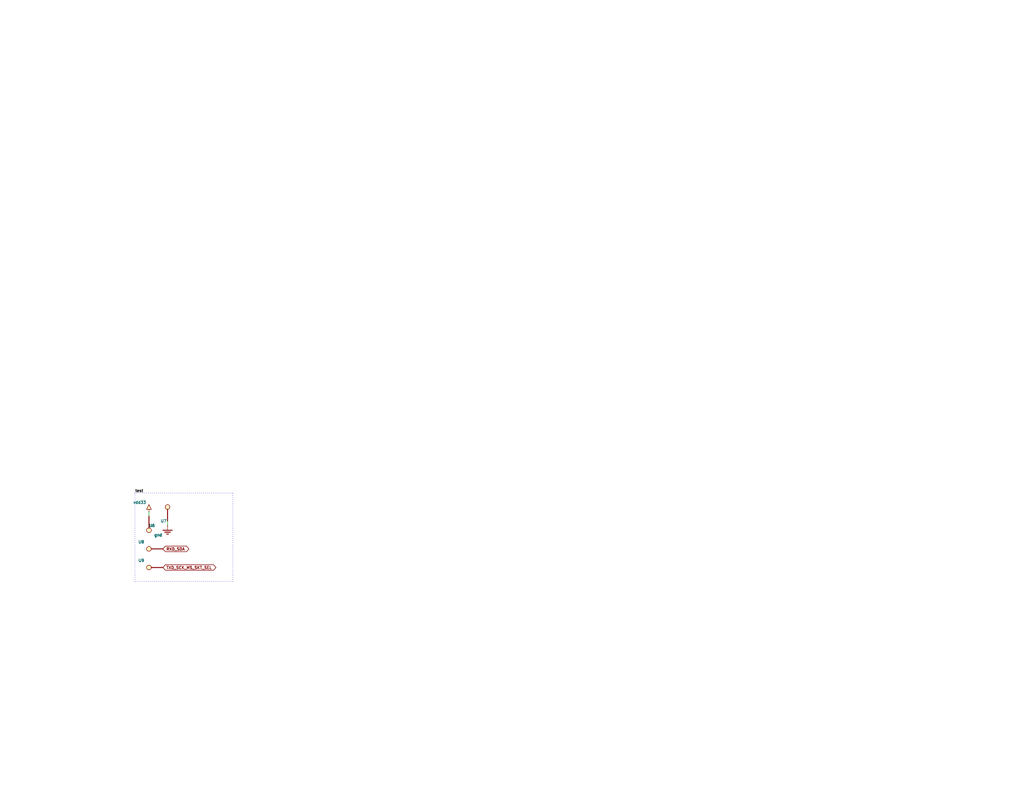
<source format=kicad_sch>
(kicad_sch (version 20230121) (generator jitx)
  (paper "A")
  (lib_symbols
    (symbol "vdd50" (power)
      (property "Reference" "#PWR" (at 35.0 60.0 0.0))
      (property "Value" "vdd50" (at -2.54 2.54 0.0))
      (symbol "vdd50_1_0"
        (pin power_in line (at 0.0 0.0 90) (length 0.0) (name "vdd50") (number "~"))
      )
    )
    (symbol "gnd" (power)
      (property "Reference" "#PWR" (at 35.0 60.0 0.0))
      (property "Value" "gnd" (at -2.54 -2.54 0.0))
      (symbol "gnd_1_0"
        (pin power_in line (at 0.0 0.0 270) (length 0.0) (name "gnd") (number "~"))
      )
    )
    (symbol "vdd33" (power)
      (property "Reference" "#PWR" (at 35.0 60.0 0.0))
      (property "Value" "vdd33" (at -2.54 2.54 0.0))
      (symbol "vdd33_1_0"
        (pin power_in line (at 0.0 0.0 90) (length 0.0) (name "vdd33") (number "~"))
      )
    )
    (symbol "capacitor_sym"
      (property "Reference" "U" (at 1.27 1.27 0.0))
      (property "Value" "capacitor_sym" (at 1.27 -1.27 0.0))
      (symbol "capacitor_sym_1_0"
        (pin unspecified line (at 0.0 2.54 270) (length 0.0) (name "1") (number "~"))
        (pin unspecified line (at 0.0 -2.54 90) (length 0.0) (name "2") (number "~"))
      )
    )
    (symbol "M24C04_WMN6TP"
      (property "Reference" "U" (at 0.0 6.81000762001524 0.0))
      (property "Value" "M24C04_WMN6TP" (at 0.0 5.81000762001524 0.0))
      (symbol "M24C04_WMN6TP_1_0"
        (pin unspecified line (at -10.16 3.81 0) (length 2.54000508001016) (name "NC") (number "~"))
        (pin unspecified line (at -10.16 1.27 0) (length 2.54000508001016) (name "E1") (number "~"))
        (pin unspecified line (at -10.16 -1.27 0) (length 2.54000508001016) (name "E2") (number "~"))
        (pin unspecified line (at -10.16 -3.81 0) (length 2.54000508001016) (name "VSS") (number "~"))
        (pin unspecified line (at 10.16 -3.81 180) (length 2.54000508001016) (name "SDA") (number "~"))
        (pin unspecified line (at 10.16 -1.27 180) (length 2.54000508001016) (name "SCL") (number "~"))
        (pin unspecified line (at 10.16 1.27 180) (length 2.54000508001016) (name "WC_NOT") (number "~"))
        (pin unspecified line (at 10.16 3.81 180) (length 2.54000508001016) (name "VCC") (number "~"))
      )
    )
    (symbol "resistor_sym"
      (property "Reference" "U" (at 1.27 1.27 0.0))
      (property "Value" "resistor_sym" (at 1.27 -1.27 0.0))
      (symbol "resistor_sym_1_0"
        (pin unspecified line (at 0.0 -2.54 90) (length 0.0) (name "1") (number "~"))
        (pin unspecified line (at 0.0 2.54 270) (length 0.0) (name "2") (number "~"))
      )
    )
    (symbol "SD_101"
      (property "Reference" "U" (at 0.0 20.7800355600711 0.0))
      (property "Value" "SD_101" (at 0.0 19.7800355600711 0.0))
      (symbol "SD_101_1_0"
        (pin unspecified line (at -16.51 17.78 0) (length 2.54000508001016) (name "CD_DAT3") (number "~"))
        (pin unspecified line (at -16.51 15.24 0) (length 2.54000508001016) (name "CMD") (number "~"))
        (pin unspecified line (at -16.51 12.7 0) (length 2.54000508001016) (name "VSS1") (number "~"))
        (pin unspecified line (at -16.51 10.16 0) (length 2.54000508001016) (name "VDD") (number "~"))
        (pin unspecified line (at -16.51 7.62 0) (length 2.54000508001016) (name "CLK") (number "~"))
        (pin unspecified line (at -16.51 5.08 0) (length 2.54000508001016) (name "VSS2") (number "~"))
        (pin unspecified line (at -16.51 2.54 0) (length 2.54000508001016) (name "DAT0") (number "~"))
        (pin unspecified line (at -16.51 0.0 0) (length 2.54000508001016) (name "DAT1") (number "~"))
        (pin unspecified line (at -16.51 -2.54 0) (length 2.54000508001016) (name "DAT2") (number "~"))
        (pin unspecified line (at -16.51 -5.08 0) (length 2.54000508001016) (name "CD") (number "~"))
        (pin unspecified line (at -16.51 -7.62 0) (length 2.54000508001016) (name "WP") (number "~"))
        (pin unspecified line (at -16.51 -10.16 0) (length 2.54000508001016) (name "SHELL0") (number "~"))
        (pin unspecified line (at -16.51 -12.7 0) (length 2.54000508001016) (name "SHELL1") (number "~"))
        (pin unspecified line (at -16.51 -15.24 0) (length 2.54000508001016) (name "SHELL2") (number "~"))
        (pin unspecified line (at -16.51 -17.78 0) (length 2.54000508001016) (name "SHELL3") (number "~"))
      )
    )
    (symbol "test_point_sym"
      (property "Reference" "U" (at -2.54 1.905 0.0))
      (symbol "test_point_sym_1_0"
        (pin unspecified line (at 2.54 0.0 180) (length 0.0) (name "p") (number "~"))
      )
    )
    (symbol "USB2240_AEZG_06"
      (property "Reference" "U" (at 0.0 25.8600457200914 0.0))
      (property "Value" "USB2240_AEZG_06" (at 0.0 24.8600457200914 0.0))
      (symbol "USB2240_AEZG_06_1_0"
        (pin unspecified line (at -39.37 20.32 0) (length 2.54000508001016) (name "LED") (number "~"))
        (pin unspecified line (at -39.37 17.78 0) (length 2.54000508001016) (name "USB+") (number "~"))
        (pin unspecified line (at -39.37 15.24 0) (length 2.54000508001016) (name "USB-") (number "~"))
        (pin unspecified line (at -39.37 12.7 0) (length 2.54000508001016) (name "xD_D3_SD_D1_MS_D5") (number "~"))
        (pin unspecified line (at -39.37 10.16 0) (length 2.54000508001016) (name "xD_D2_SD_D0_MS_D4") (number "~"))
        (pin unspecified line (at -39.37 7.62 0) (length 2.54000508001016) (name "VDD330") (number "~"))
        (pin unspecified line (at -39.37 5.08 0) (length 2.54000508001016) (name "xD_D1_SD_D7_MS_D6") (number "~"))
        (pin unspecified line (at -39.37 2.54 0) (length 2.54000508001016) (name "xD_D0_SD_D6_MS_D7") (number "~"))
        (pin unspecified line (at -39.37 0.0 0) (length 2.54000508001016) (name "xD_nWP_SD_CLK_MS_BS") (number "~"))
        (pin unspecified line (at -39.37 -2.54 0) (length 2.54000508001016) (name "xD_ALE_SD_D5_MS_D1") (number "~"))
        (pin unspecified line (at -39.37 -5.08 0) (length 2.54000508001016) (name "xD_CLE_SD_CMD_MS_D0") (number "~"))
        (pin unspecified line (at -39.37 -7.62 0) (length 2.54000508001016) (name "xD_nWE") (number "~"))
        (pin unspecified line (at -39.37 -10.16 0) (length 2.54000508001016) (name "VDD18") (number "~"))
        (pin unspecified line (at -39.37 -12.7 0) (length 2.54000508001016) (name "VDD331") (number "~"))
        (pin unspecified line (at -39.37 -15.24 0) (length 2.54000508001016) (name "xD_nCE") (number "~"))
        (pin unspecified line (at -39.37 -17.78 0) (length 2.54000508001016) (name "xD_nRE") (number "~"))
        (pin unspecified line (at -39.37 -20.32 0) (length 2.54000508001016) (name "xD_nB_R") (number "~"))
        (pin unspecified line (at -39.37 -22.86 0) (length 2.54000508001016) (name "RESET_N") (number "~"))
        (pin unspecified line (at 39.37 -22.86 180) (length 2.54000508001016) (name "xD_nCD") (number "~"))
        (pin unspecified line (at 39.37 -20.32 180) (length 2.54000508001016) (name "xD_D7_SD_D4_MS_D2") (number "~"))
        (pin unspecified line (at 39.37 -17.78 180) (length 2.54000508001016) (name "CRD_PWR") (number "~"))
        (pin unspecified line (at 39.37 -15.24 180) (length 2.54000508001016) (name "VDD332") (number "~"))
        (pin unspecified line (at 39.37 -12.7 180) (length 2.54000508001016) (name "xD_D6_SD_D3_MS_D3") (number "~"))
        (pin unspecified line (at 39.37 -10.16 180) (length 2.54000508001016) (name "MS_INS") (number "~"))
        (pin unspecified line (at 39.37 -7.62 180) (length 2.54000508001016) (name "xD_D5_SD_D2") (number "~"))
        (pin unspecified line (at 39.37 -5.08 180) (length 2.54000508001016) (name "SD_nCD") (number "~"))
        (pin unspecified line (at 39.37 -2.54 180) (length 2.54000508001016) (name "RXD_SDA") (number "~"))
        (pin unspecified line (at 39.37 0.0 180) (length 2.54000508001016) (name "TEST") (number "~"))
        (pin unspecified line (at 39.37 2.54 180) (length 2.54000508001016) (name "NC") (number "~"))
        (pin unspecified line (at 39.37 5.08 180) (length 2.54000508001016) (name "xD_D4_SD_WP_MS_SCLK") (number "~"))
        (pin unspecified line (at 39.37 7.62 180) (length 2.54000508001016) (name "TXD_SCK_MS_SKT_SEL") (number "~"))
        (pin unspecified line (at 39.37 10.16 180) (length 2.54000508001016) (name "XTAL2") (number "~"))
        (pin unspecified line (at 39.37 12.7 180) (length 2.54000508001016) (name "XTAL1_CLKIN") (number "~"))
        (pin unspecified line (at 39.37 15.24 180) (length 2.54000508001016) (name "VDD18PLL") (number "~"))
        (pin unspecified line (at 39.37 17.78 180) (length 2.54000508001016) (name "RBIAS") (number "~"))
        (pin unspecified line (at 39.37 20.32 180) (length 2.54000508001016) (name "VDDA33") (number "~"))
        (pin unspecified line (at 39.37 22.86 180) (length 2.54000508001016) (name "GND") (number "~"))
      )
    )
    (symbol "unplated_hole_sym"
      (property "Reference" "U" (at -2.54 1.905 0.0))
    )
    (symbol "ALTIUM_POWER_ARROW"
      (property "Value" "ALTIUM_POWER_ARROW" (at 2.54 -0.508 0.0))
      (symbol "ALTIUM_POWER_ARROW_1_0"
        (pin unspecified line (at 0.0 0.0 0) (length 0.0) (name "0") (number "~"))
      )
    )
    (symbol "TYPE_C_31_G_03"
      (property "Reference" "U" (at 0.0 18.240030480061 0.0))
      (property "Value" "TYPE_C_31_G_03" (at 0.0 17.240030480061 0.0))
      (symbol "TYPE_C_31_G_03_1_0"
        (pin unspecified line (at 2.54 -22.86 90) (length 5.08001016002032) (name "GND0") (number "~"))
        (pin unspecified line (at 0.0 -22.86 90) (length 5.08001016002032) (name "GND1") (number "~"))
        (pin unspecified line (at 2.54 20.32 270) (length 5.08001016002032) (name "GND2") (number "~"))
        (pin unspecified line (at 0.0 20.32 270) (length 5.08001016002032) (name "GND3") (number "~"))
        (pin unspecified line (at 16.51 12.7 180) (length 2.54000508001016) (name "GND4") (number "~"))
        (pin unspecified line (at 16.51 10.16 180) (length 2.54000508001016) (name "SSRXP1") (number "~"))
        (pin unspecified line (at 16.51 7.62 180) (length 2.54000508001016) (name "SSRXN1") (number "~"))
        (pin unspecified line (at 16.51 5.08 180) (length 2.54000508001016) (name "VBUS0") (number "~"))
        (pin unspecified line (at -13.97 -15.24 0) (length 2.54000508001016) (name "GND5") (number "~"))
        (pin unspecified line (at -13.97 -2.54 0) (length 2.54000508001016) (name "DN1") (number "~"))
        (pin unspecified line (at -13.97 0.0 0) (length 2.54000508001016) (name "DP1") (number "~"))
        (pin unspecified line (at -13.97 2.54 0) (length 2.54000508001016) (name "CC1") (number "~"))
        (pin unspecified line (at -13.97 5.08 0) (length 2.54000508001016) (name "VBUS1") (number "~"))
        (pin unspecified line (at -13.97 7.62 0) (length 2.54000508001016) (name "SSTXN1") (number "~"))
        (pin unspecified line (at -13.97 10.16 0) (length 2.54000508001016) (name "SSTXP1") (number "~"))
        (pin unspecified line (at -13.97 12.7 0) (length 2.54000508001016) (name "GND6") (number "~"))
      )
    )
    (symbol "Sym7B024000Q01"
      (property "Reference" "U" (at 0.0 5.54000508001016 0.0))
      (property "Value" "Sym7B024000Q01" (at 0.0 4.54000508001016 0.0))
      (symbol "Sym7B024000Q01_1_0"
        (pin unspecified line (at 7.62 -2.54 180) (length 2.54000508001016) (name "GND0") (number "~"))
        (pin unspecified line (at -7.62 2.54 0) (length 2.54000508001016) (name "GND1") (number "~"))
        (pin unspecified line (at 7.62 2.54 180) (length 2.54000508001016) (name "OUT") (number "~"))
        (pin unspecified line (at -7.62 -2.54 0) (length 2.54000508001016) (name "IN") (number "~"))
      )
    )
    (symbol "diode_sym"
      (property "Reference" "U" (at 2.54 1.27 0.0))
      (property "Value" "diode_sym" (at 2.54 -1.27 0.0))
      (symbol "diode_sym_1_0"
        (pin unspecified line (at 0.0 2.54 270) (length 0.0) (name "a") (number "~"))
        (pin unspecified line (at 0.0 -2.54 90) (length 0.0) (name "c") (number "~"))
      )
    )
    (symbol "JITX_symbol"
      (property "Reference" "U" (at -2.54 3.902 0.0))
      (property "Value" "JITX_symbol" (at -2.54 2.84 0.0))
    )
    (symbol "ALTIUM_POWER_GND_POWER"
      (property "Value" "ALTIUM_POWER_GND_POWER" (at 2.54 -1.016 0.0))
      (symbol "ALTIUM_POWER_GND_POWER_1_0"
        (pin unspecified line (at 0.0 0.0 0) (length 0.0) (name "0") (number "~"))
      )
    )
    (symbol ""
      (property "Reference" "U" (at 2.54 1.27 0.0))
      (symbol "_1_0"
        (pin unspecified line (at 0.0 2.54 270) (length 0.0) (name "1") (number "~"))
        (pin unspecified line (at 0.0 -2.54 90) (length 0.0) (name "2") (number "~"))
        (text "" (at 0.0 0.0 0) (effects (font (size 0 0))))
        (text "" (at 0.0 0.0 0) (effects (font (size 0 0))))
      )
    )
    (symbol "BD433M5FP_CE2"
      (property "Reference" "U" (at 0.0 5.54000508001016 0.0))
      (property "Value" "BD433M5FP_CE2" (at 0.0 4.54000508001016 0.0))
      (symbol "BD433M5FP_CE2_1_0"
        (pin unspecified line (at -7.62 2.54 0) (length 2.54000508001016) (name "VCC") (number "~"))
        (pin unspecified line (at -7.62 0.0 0) (length 2.54000508001016) (name "FIN") (number "~"))
        (pin unspecified line (at -7.62 -2.54 0) (length 2.54000508001016) (name "VOUT") (number "~"))
      )
    )
    (symbol "supply_sym"
      (property "Value" "supply_sym" (at -2.54 2.54 0.0))
      (symbol "supply_sym_1_0"
        (pin unspecified line (at 0.0 0.0 90) (length 0.0) (name "0") (number "~"))
      )
    )
    (symbol "ground_sym"
      (property "Value" "ground_sym" (at -2.54 -2.54 0.0))
      (symbol "ground_sym_1_0"
        (pin unspecified line (at 0.0 0.0 270) (length 0.0) (name "0") (number "~"))
      )
    )
    (symbol "my_capacitor"
      (property "Reference" "C" (at 1.27 1.27 0.0))
      (property "Value" "my_capacitor" (at 1.27 -1.27 0.0))
      (symbol "my_capacitor_1_0"
        (pin unspecified line (at 0.0 2.54 270) (length 0.0) (name "1") (number "1"))
        (pin unspecified line (at 0.0 -2.54 90) (length 0.0) (name "2") (number "2"))
      )
    )
    (symbol "my_resistor"
      (property "Reference" "R" (at 1.27 1.27 0.0))
      (property "Value" "my_resistor" (at 1.27 -1.27 0.0))
      (symbol "my_resistor_1_0"
        (pin unspecified line (at 0.0 -2.54 90) (length 0.0) (name "1") (number "1"))
        (pin unspecified line (at 0.0 2.54 270) (length 0.0) (name "2") (number "2"))
      )
    )
    (symbol "my_capacitor_1"
      (property "Reference" "C" (at 1.27 1.27 0.0))
      (property "Value" "my_capacitor_1" (at 1.27 -1.27 0.0))
      (symbol "my_capacitor_1_1_0"
        (pin unspecified line (at 0.0 2.54 270) (length 0.0) (name "1") (number "1"))
        (pin unspecified line (at 0.0 -2.54 90) (length 0.0) (name "2") (number "2"))
      )
    )
    (symbol "C633328"
      (property "Reference" "U" (at 0.0 25.8600457200914 0.0))
      (property "Value" "C633328" (at 0.0 24.8600457200914 0.0))
      (symbol "C633328_1_0"
        (pin unspecified line (at -39.37 20.32 0) (length 2.54000508001016) (name "LED") (number "1"))
        (pin unspecified line (at -39.37 17.78 0) (length 2.54000508001016) (name "USB+") (number "2"))
        (pin unspecified line (at -39.37 15.24 0) (length 2.54000508001016) (name "USB-") (number "3"))
        (pin unspecified line (at -39.37 12.7 0) (length 2.54000508001016) (name "xD_D3_SD_D1_MS_D5") (number "4"))
        (pin unspecified line (at -39.37 10.16 0) (length 2.54000508001016) (name "xD_D2_SD_D0_MS_D4") (number "5"))
        (pin unspecified line (at -39.37 7.62 0) (length 2.54000508001016) (name "VDD330") (number "6"))
        (pin unspecified line (at -39.37 5.08 0) (length 2.54000508001016) (name "xD_D1_SD_D7_MS_D6") (number "7"))
        (pin unspecified line (at -39.37 2.54 0) (length 2.54000508001016) (name "xD_D0_SD_D6_MS_D7") (number "8"))
        (pin unspecified line (at -39.37 0.0 0) (length 2.54000508001016) (name "xD_nWP_SD_CLK_MS_BS") (number "9"))
        (pin unspecified line (at -39.37 -2.54 0) (length 2.54000508001016) (name "xD_ALE_SD_D5_MS_D1") (number "10"))
        (pin unspecified line (at -39.37 -5.08 0) (length 2.54000508001016) (name "xD_CLE_SD_CMD_MS_D0") (number "11"))
        (pin unspecified line (at -39.37 -7.62 0) (length 2.54000508001016) (name "xD_nWE") (number "12"))
        (pin unspecified line (at -39.37 -10.16 0) (length 2.54000508001016) (name "VDD18") (number "13"))
        (pin unspecified line (at -39.37 -12.7 0) (length 2.54000508001016) (name "VDD331") (number "14"))
        (pin unspecified line (at -39.37 -15.24 0) (length 2.54000508001016) (name "xD_nCE") (number "15"))
        (pin unspecified line (at -39.37 -17.78 0) (length 2.54000508001016) (name "xD_nRE") (number "16"))
        (pin unspecified line (at -39.37 -20.32 0) (length 2.54000508001016) (name "xD_nB_R") (number "17"))
        (pin unspecified line (at -39.37 -22.86 0) (length 2.54000508001016) (name "RESET_N") (number "18"))
        (pin unspecified line (at 39.37 -22.86 180) (length 2.54000508001016) (name "xD_nCD") (number "19"))
        (pin unspecified line (at 39.37 -20.32 180) (length 2.54000508001016) (name "xD_D7_SD_D4_MS_D2") (number "20"))
        (pin unspecified line (at 39.37 -17.78 180) (length 2.54000508001016) (name "CRD_PWR") (number "21"))
        (pin unspecified line (at 39.37 -15.24 180) (length 2.54000508001016) (name "VDD332") (number "22"))
        (pin unspecified line (at 39.37 -12.7 180) (length 2.54000508001016) (name "xD_D6_SD_D3_MS_D3") (number "23"))
        (pin unspecified line (at 39.37 -10.16 180) (length 2.54000508001016) (name "MS_INS") (number "24"))
        (pin unspecified line (at 39.37 -7.62 180) (length 2.54000508001016) (name "xD_D5_SD_D2") (number "25"))
        (pin unspecified line (at 39.37 -5.08 180) (length 2.54000508001016) (name "SD_nCD") (number "26"))
        (pin unspecified line (at 39.37 -2.54 180) (length 2.54000508001016) (name "RXD_SDA") (number "27"))
        (pin unspecified line (at 39.37 0.0 180) (length 2.54000508001016) (name "TEST") (number "28"))
        (pin unspecified line (at 39.37 2.54 180) (length 2.54000508001016) (name "NC") (number "29"))
        (pin unspecified line (at 39.37 5.08 180) (length 2.54000508001016) (name "xD_D4_SD_WP_MS_SCLK") (number "30"))
        (pin unspecified line (at 39.37 7.62 180) (length 2.54000508001016) (name "TXD_SCK_MS_SKT_SEL") (number "31"))
        (pin unspecified line (at 39.37 10.16 180) (length 2.54000508001016) (name "XTAL2") (number "32"))
        (pin unspecified line (at 39.37 12.7 180) (length 2.54000508001016) (name "XTAL1_CLKIN") (number "33"))
        (pin unspecified line (at 39.37 15.24 180) (length 2.54000508001016) (name "VDD18PLL") (number "34"))
        (pin unspecified line (at 39.37 17.78 180) (length 2.54000508001016) (name "RBIAS") (number "35"))
        (pin unspecified line (at 39.37 20.32 180) (length 2.54000508001016) (name "VDDA33") (number "36"))
        (pin unspecified line (at 39.37 22.86 180) (length 2.54000508001016) (name "GND") (number "37"))
      )
    )
    (symbol "C840338"
      (property "Reference" "USB" (at 0.0 18.240030480061 0.0))
      (property "Value" "C840338" (at 0.0 17.240030480061 0.0))
      (symbol "C840338_1_0"
        (pin unspecified line (at 2.54 -22.86 90) (length 5.08001016002032) (name "GND0") (number "14"))
        (pin unspecified line (at 0.0 -22.86 90) (length 5.08001016002032) (name "GND1") (number "13"))
        (pin unspecified line (at 2.54 20.32 270) (length 5.08001016002032) (name "GND2") (number "15"))
        (pin unspecified line (at 0.0 20.32 270) (length 5.08001016002032) (name "GND3") (number "16"))
        (pin unspecified line (at 16.51 12.7 180) (length 2.54000508001016) (name "GND4") (number "B12"))
        (pin unspecified line (at 16.51 10.16 180) (length 2.54000508001016) (name "SSRXP1") (number "B11"))
        (pin unspecified line (at 16.51 7.62 180) (length 2.54000508001016) (name "SSRXN1") (number "B10"))
        (pin unspecified line (at 16.51 5.08 180) (length 2.54000508001016) (name "VBUS0") (number "B9"))
        (pin unspecified line (at -13.97 -15.24 0) (length 2.54000508001016) (name "GND5") (number "A12"))
        (pin unspecified line (at -13.97 -2.54 0) (length 2.54000508001016) (name "DN1") (number "A7"))
        (pin unspecified line (at -13.97 0.0 0) (length 2.54000508001016) (name "DP1") (number "A6"))
        (pin unspecified line (at -13.97 2.54 0) (length 2.54000508001016) (name "CC1") (number "A5"))
        (pin unspecified line (at -13.97 5.08 0) (length 2.54000508001016) (name "VBUS1") (number "A4"))
        (pin unspecified line (at -13.97 7.62 0) (length 2.54000508001016) (name "SSTXN1") (number "A3"))
        (pin unspecified line (at -13.97 10.16 0) (length 2.54000508001016) (name "SSTXP1") (number "A2"))
        (pin unspecified line (at -13.97 12.7 0) (length 2.54000508001016) (name "GND6") (number "A1"))
      )
    )
    (symbol "my_resistor_1"
      (property "Reference" "R" (at 1.27 1.27 0.0))
      (property "Value" "my_resistor_1" (at 1.27 -1.27 0.0))
      (symbol "my_resistor_1_1_0"
        (pin unspecified line (at 0.0 -2.54 90) (length 0.0) (name "1") (number "1"))
        (pin unspecified line (at 0.0 2.54 270) (length 0.0) (name "2") (number "2"))
      )
    )
    (symbol "my_capacitor_2"
      (property "Reference" "C" (at 1.27 1.27 0.0))
      (property "Value" "my_capacitor_2" (at 1.27 -1.27 0.0))
      (symbol "my_capacitor_2_1_0"
        (pin unspecified line (at 0.0 2.54 270) (length 0.0) (name "1") (number "1"))
        (pin unspecified line (at 0.0 -2.54 90) (length 0.0) (name "2") (number "2"))
      )
    )
    (symbol "my_capacitor_3"
      (property "Reference" "C" (at 1.27 1.27 0.0))
      (property "Value" "my_capacitor_3" (at 1.27 -1.27 0.0))
      (symbol "my_capacitor_3_1_0"
        (pin unspecified line (at 0.0 2.54 270) (length 0.0) (name "1") (number "1"))
        (pin unspecified line (at 0.0 -2.54 90) (length 0.0) (name "2") (number "2"))
      )
    )
    (symbol "my_capacitor_4"
      (property "Reference" "C" (at 1.27 1.27 0.0))
      (property "Value" "my_capacitor_4" (at 1.27 -1.27 0.0))
      (symbol "my_capacitor_4_1_0"
        (pin unspecified line (at 0.0 2.54 270) (length 0.0) (name "1") (number "1"))
        (pin unspecified line (at 0.0 -2.54 90) (length 0.0) (name "2") (number "2"))
      )
    )
    (symbol "LED_maker_ROYGBIV"
      (property "Reference" "LED" (at 2.54 1.27 0.0))
      (property "Value" "LED_maker_ROYGBIV" (at 2.54 -1.27 0.0))
      (symbol "LED_maker_ROYGBIV_1_0"
        (pin unspecified line (at 0.0 2.54 270) (length 0.0) (name "a") (number "1"))
        (pin unspecified line (at 0.0 -2.54 90) (length 0.0) (name "c") (number "2"))
      )
    )
    (symbol "my_capacitor_5"
      (property "Reference" "C" (at 1.27 1.27 0.0))
      (property "Value" "my_capacitor_5" (at 1.27 -1.27 0.0))
      (symbol "my_capacitor_5_1_0"
        (pin unspecified line (at 0.0 2.54 270) (length 0.0) (name "1") (number "1"))
        (pin unspecified line (at 0.0 -2.54 90) (length 0.0) (name "2") (number "2"))
      )
    )
    (symbol "gen_testpad"
      (property "Reference" "U" (at -2.54 1.905 0.0))
      (symbol "gen_testpad_1_0"
        (pin unspecified line (at 2.54 0.0 180) (length 0.0) (name "p") (number "tp"))
      )
    )
    (symbol "my_resistor_2"
      (property "Reference" "R" (at 1.27 1.27 0.0))
      (property "Value" "my_resistor_2" (at 1.27 -1.27 0.0))
      (symbol "my_resistor_2_1_0"
        (pin unspecified line (at 0.0 -2.54 90) (length 0.0) (name "1") (number "1"))
        (pin unspecified line (at 0.0 2.54 270) (length 0.0) (name "2") (number "2"))
      )
    )
    (symbol "C654991"
      (property "Reference" "X" (at 0.0 5.54000508001016 0.0))
      (property "Value" "C654991" (at 0.0 4.54000508001016 0.0))
      (symbol "C654991_1_0"
        (pin unspecified line (at 7.62 -2.54 180) (length 2.54000508001016) (name "GND0") (number "2"))
        (pin unspecified line (at -7.62 2.54 0) (length 2.54000508001016) (name "GND1") (number "4"))
        (pin unspecified line (at 7.62 2.54 180) (length 2.54000508001016) (name "OUT") (number "3"))
        (pin unspecified line (at -7.62 -2.54 0) (length 2.54000508001016) (name "IN") (number "1"))
      )
    )
    (symbol "my_capacitor_6"
      (property "Reference" "C" (at 1.27 1.27 0.0))
      (property "Value" "my_capacitor_6" (at 1.27 -1.27 0.0))
      (symbol "my_capacitor_6_1_0"
        (pin unspecified line (at 0.0 2.54 270) (length 0.0) (name "1") (number "1"))
        (pin unspecified line (at 0.0 -2.54 90) (length 0.0) (name "2") (number "2"))
      )
    )
    (symbol "C118280"
      (property "Reference" "U" (at 0.0 6.81000762001524 0.0))
      (property "Value" "C118280" (at 0.0 5.81000762001524 0.0))
      (symbol "C118280_1_0"
        (pin unspecified line (at -10.16 3.81 0) (length 2.54000508001016) (name "NC") (number "1"))
        (pin unspecified line (at -10.16 1.27 0) (length 2.54000508001016) (name "E1") (number "2"))
        (pin unspecified line (at -10.16 -1.27 0) (length 2.54000508001016) (name "E2") (number "3"))
        (pin unspecified line (at -10.16 -3.81 0) (length 2.54000508001016) (name "VSS") (number "4"))
        (pin unspecified line (at 10.16 -3.81 180) (length 2.54000508001016) (name "SDA") (number "5"))
        (pin unspecified line (at 10.16 -1.27 180) (length 2.54000508001016) (name "SCL") (number "6"))
        (pin unspecified line (at 10.16 1.27 180) (length 2.54000508001016) (name "WC_NOT") (number "7"))
        (pin unspecified line (at 10.16 3.81 180) (length 2.54000508001016) (name "VCC") (number "8"))
      )
    )
    (symbol "C442601"
      (property "Reference" "U" (at 0.0 5.54000508001016 0.0))
      (property "Value" "C442601" (at 0.0 4.54000508001016 0.0))
      (symbol "C442601_1_0"
        (pin unspecified line (at -7.62 2.54 0) (length 2.54000508001016) (name "VCC") (number "1"))
        (pin unspecified line (at -7.62 0.0 0) (length 2.54000508001016) (name "FIN") (number "2"))
        (pin unspecified line (at -7.62 -2.54 0) (length 2.54000508001016) (name "VOUT") (number "3"))
      )
    )
    (symbol "my_capacitor_7"
      (property "Reference" "C" (at 1.27 1.27 0.0))
      (property "Value" "my_capacitor_7" (at 1.27 -1.27 0.0))
      (symbol "my_capacitor_7_1_0"
        (pin unspecified line (at 0.0 2.54 270) (length 0.0) (name "1") (number "1"))
        (pin unspecified line (at 0.0 -2.54 90) (length 0.0) (name "2") (number "2"))
      )
    )
    (symbol "C266601"
      (property "Reference" "Card" (at 0.0 20.7800355600711 0.0))
      (property "Value" "C266601" (at 0.0 19.7800355600711 0.0))
      (symbol "C266601_1_0"
        (pin unspecified line (at -16.51 17.78 0) (length 2.54000508001016) (name "CD_DAT3") (number "1"))
        (pin unspecified line (at -16.51 15.24 0) (length 2.54000508001016) (name "CMD") (number "2"))
        (pin unspecified line (at -16.51 12.7 0) (length 2.54000508001016) (name "VSS1") (number "3"))
        (pin unspecified line (at -16.51 10.16 0) (length 2.54000508001016) (name "VDD") (number "4"))
        (pin unspecified line (at -16.51 7.62 0) (length 2.54000508001016) (name "CLK") (number "5"))
        (pin unspecified line (at -16.51 5.08 0) (length 2.54000508001016) (name "VSS2") (number "6"))
        (pin unspecified line (at -16.51 2.54 0) (length 2.54000508001016) (name "DAT0") (number "7"))
        (pin unspecified line (at -16.51 0.0 0) (length 2.54000508001016) (name "DAT1") (number "8"))
        (pin unspecified line (at -16.51 -2.54 0) (length 2.54000508001016) (name "DAT2") (number "9"))
        (pin unspecified line (at -16.51 -5.08 0) (length 2.54000508001016) (name "CD") (number "10"))
        (pin unspecified line (at -16.51 -7.62 0) (length 2.54000508001016) (name "WP") (number "11"))
        (pin unspecified line (at -16.51 -10.16 0) (length 2.54000508001016) (name "SHELL0") (number "12"))
        (pin unspecified line (at -16.51 -12.7 0) (length 2.54000508001016) (name "SHELL1") (number "13"))
        (pin unspecified line (at -16.51 -15.24 0) (length 2.54000508001016) (name "SHELL2") (number "14"))
        (pin unspecified line (at -16.51 -17.78 0) (length 2.54000508001016) (name "SHELL3") (number "15"))
      )
    )
    (symbol "my_resistor_3"
      (property "Reference" "R" (at 1.27 1.27 0.0))
      (property "Value" "my_resistor_3" (at 1.27 -1.27 0.0))
      (symbol "my_resistor_3_1_0"
        (pin unspecified line (at 0.0 -2.54 90) (length 0.0) (name "1") (number "1"))
        (pin unspecified line (at 0.0 2.54 270) (length 0.0) (name "2") (number "2"))
      )
    )
    (symbol "C174142"
      (property "Reference" "R" (at 2.54 1.27 0.0))
      (property "Value" "C174142" (at 2.54 -1.27 0.0))
      (symbol "C174142_1_0"
        (pin unspecified line (at 0.0 2.54 270) (length 0.0) (name "1") (number "1"))
        (pin unspecified line (at 0.0 -2.54 90) (length 0.0) (name "2") (number "2"))
        (text "" (at 0.0 0.0 0) (effects (font (size 0 0))))
        (text "" (at 0.0 0.0 0) (effects (font (size 0 0))))
      )
    )
    (symbol "my_resistor_4"
      (property "Reference" "R" (at 1.27 1.27 0.0))
      (property "Value" "my_resistor_4" (at 1.27 -1.27 0.0))
      (symbol "my_resistor_4_1_0"
        (pin unspecified line (at 0.0 -2.54 90) (length 0.0) (name "1") (number "1"))
        (pin unspecified line (at 0.0 2.54 270) (length 0.0) (name "2") (number "2"))
      )
    )
    (symbol "Generic_Mounting_Hole"
      (property "Reference" "U" (at -2.54 1.905 0.0))
    )
    (symbol "my_resistor_5"
      (property "Reference" "R" (at 1.27 1.27 0.0))
      (property "Value" "my_resistor_5" (at 1.27 -1.27 0.0))
      (symbol "my_resistor_5_1_0"
        (pin unspecified line (at 0.0 -2.54 90) (length 0.0) (name "1") (number "1"))
        (pin unspecified line (at 0.0 2.54 270) (length 0.0) (name "2") (number "2"))
      )
    )
    (symbol "my_capacitor_8"
      (property "Reference" "C" (at 1.27 1.27 0.0))
      (property "Value" "my_capacitor_8" (at 1.27 -1.27 0.0))
      (symbol "my_capacitor_8_1_0"
        (pin unspecified line (at 0.0 2.54 270) (length 0.0) (name "1") (number "1"))
        (pin unspecified line (at 0.0 -2.54 90) (length 0.0) (name "2") (number "2"))
      )
    )
    (symbol "my_capacitor_9"
      (property "Reference" "C" (at 1.27 1.27 0.0))
      (property "Value" "my_capacitor_9" (at 1.27 -1.27 0.0))
      (symbol "my_capacitor_9_1_0"
        (pin unspecified line (at 0.0 2.54 270) (length 0.0) (name "1") (number "1"))
        (pin unspecified line (at 0.0 -2.54 90) (length 0.0) (name "2") (number "2"))
      )
    )
    (symbol "JITX"
      (property "Reference" "JITX" (at -2.54 3.902 0.0))
      (property "Value" "JITX" (at -2.54 2.84 0.0))
    )
    (symbol "my_resistor_6"
      (property "Reference" "R" (at 1.27 1.27 0.0))
      (property "Value" "my_resistor_6" (at 1.27 -1.27 0.0))
      (symbol "my_resistor_6_1_0"
        (pin unspecified line (at 0.0 -2.54 90) (length 0.0) (name "1") (number "1"))
        (pin unspecified line (at 0.0 2.54 270) (length 0.0) (name "2") (number "2"))
      )
    )
    (symbol "my_capacitor_10"
      (property "Reference" "C" (at 1.27 1.27 0.0))
      (property "Value" "my_capacitor_10" (at 1.27 -1.27 0.0))
      (symbol "my_capacitor_10_1_0"
        (pin unspecified line (at 0.0 2.54 270) (length 0.0) (name "1") (number "1"))
        (pin unspecified line (at 0.0 -2.54 90) (length 0.0) (name "2") (number "2"))
      )
    )
    (symbol "my_capacitor_11"
      (property "Reference" "C" (at 1.27 1.27 0.0))
      (property "Value" "my_capacitor_11" (at 1.27 -1.27 0.0))
      (symbol "my_capacitor_11_1_0"
        (pin unspecified line (at 0.0 2.54 270) (length 0.0) (name "1") (number "1"))
        (pin unspecified line (at 0.0 -2.54 90) (length 0.0) (name "2") (number "2"))
      )
    )
    (symbol "my_capacitor_12"
      (property "Reference" "C" (at 1.27 1.27 0.0))
      (property "Value" "my_capacitor_12" (at 1.27 -1.27 0.0))
      (symbol "my_capacitor_12_1_0"
        (pin unspecified line (at 0.0 2.54 270) (length 0.0) (name "1") (number "1"))
        (pin unspecified line (at 0.0 -2.54 90) (length 0.0) (name "2") (number "2"))
      )
    )
  )
  (wire (pts (xy 40.64 140.97) (xy 40.64 139.7)) (stroke (width 0.127)))
  (wire (pts (xy 45.72 143.51) (xy 45.72 142.24)) (stroke (width 0.127)))
  (polyline (pts (xy 36.83 134.62) (xy 63.5 134.62)) (stroke (width 0.127) (type dot)))
  (polyline (pts (xy 36.83 158.75) (xy 63.5 158.75)) (stroke (width 0.127) (type dot)))
  (polyline (pts (xy 36.83 158.75) (xy 36.83 134.62)) (stroke (width 0.127) (type dot)))
  (polyline (pts (xy 63.5 158.75) (xy 63.5 134.62)) (stroke (width 0.127) (type dot)))
  (global_label "TXD_SCK_MS_SKT_SEL" (at 44.45 154.94 0) (effects (font (size 0.762 0.762))))
  (global_label "RXD_SDA" (at 44.45 149.86 0) (effects (font (size 0.762 0.762))))
  (label "test" (at 36.83 134.62 0) (effects (font (size 0.762 0.762))))
  (symbol (lib_id "gen_testpad") (at 40.64 143.51 90.0) (unit 1)
    (property "Reference" "U6" (at 40.64 143.51 270.0) (effects (font (size 0.762 0.762)) (justify left)))
    (property "Footprint" "jitx-design:TESTPAD" (effects hide))
    (property "Name" "test-points_point0" (effects hide))
  )
  (symbol (lib_id "gen_testpad") (at 41.91 154.94 0.0) (unit 1)
    (property "Reference" "U9" (at 39.37 153.035 0.0) (effects (font (size 0.762 0.762)) (justify right)))
    (property "Footprint" "jitx-design:TESTPAD" (effects hide))
    (property "Name" "test-points_point3" (effects hide))
  )
  (symbol (lib_id "gen_testpad") (at 41.91 149.86 0.0) (unit 1)
    (property "Reference" "U8" (at 39.37 147.955 0.0) (effects (font (size 0.762 0.762)) (justify right)))
    (property "Footprint" "jitx-design:TESTPAD" (effects hide))
    (property "Name" "test-points_point2" (effects hide))
  )
  (symbol (lib_id "gen_testpad") (at 45.72 139.7 270.0) (unit 1)
    (property "Reference" "U7" (at 43.815 142.24 90.0) (effects (font (size 0.762 0.762)) (justify left)))
    (property "Footprint" "jitx-design:TESTPAD" (effects hide))
    (property "Name" "test-points_point1" (effects hide))
  )
  (symbol (lib_id "vdd33") (at 40.64 139.7 0.0) (unit 1)
    (property "Reference" "#PWR?" (effects hide))
    (property "Value" "vdd33" (at 38.1 137.16 0.0) (effects (font (size 0.762 0.762))))
  )
  (symbol (lib_id "gnd") (at 45.72 143.51 0.0) (unit 1)
    (property "Reference" "#PWR?" (effects hide))
    (property "Value" "gnd" (at 43.18 146.05 0.0) (effects (font (size 0.762 0.762))))
  )
)
</source>
